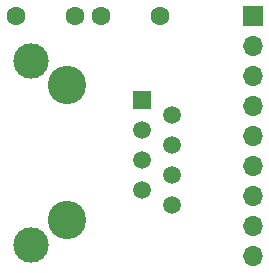
<source format=gts>
G04 #@! TF.GenerationSoftware,KiCad,Pcbnew,7.0.1*
G04 #@! TF.CreationDate,2023-07-05T13:49:47-05:00*
G04 #@! TF.ProjectId,pn5180 cat5 connector with linear regulator,706e3531-3830-4206-9361-743520636f6e,rev?*
G04 #@! TF.SameCoordinates,Original*
G04 #@! TF.FileFunction,Soldermask,Top*
G04 #@! TF.FilePolarity,Negative*
%FSLAX46Y46*%
G04 Gerber Fmt 4.6, Leading zero omitted, Abs format (unit mm)*
G04 Created by KiCad (PCBNEW 7.0.1) date 2023-07-05 13:49:47*
%MOMM*%
%LPD*%
G01*
G04 APERTURE LIST*
%ADD10C,1.600000*%
%ADD11C,3.250000*%
%ADD12R,1.500000X1.500000*%
%ADD13C,1.500000*%
%ADD14C,3.000000*%
%ADD15R,1.700000X1.700000*%
%ADD16O,1.700000X1.700000*%
G04 APERTURE END LIST*
D10*
X135255000Y-78867000D03*
X140255000Y-78867000D03*
X147454000Y-78867000D03*
X142454000Y-78867000D03*
D11*
X139573000Y-84709000D03*
X139573000Y-96139000D03*
D12*
X145923000Y-85979000D03*
D13*
X148463000Y-87249000D03*
X145923000Y-88519000D03*
X148463000Y-89789000D03*
X145923000Y-91059000D03*
X148463000Y-92329000D03*
X145923000Y-93599000D03*
X148463000Y-94869000D03*
D14*
X136523000Y-82654000D03*
X136523000Y-98194000D03*
D15*
X155346000Y-78877000D03*
D16*
X155346000Y-81417000D03*
X155346000Y-83957000D03*
X155346000Y-86497000D03*
X155346000Y-89037000D03*
X155346000Y-91577000D03*
X155346000Y-94117000D03*
X155346000Y-96657000D03*
X155346000Y-99197000D03*
M02*

</source>
